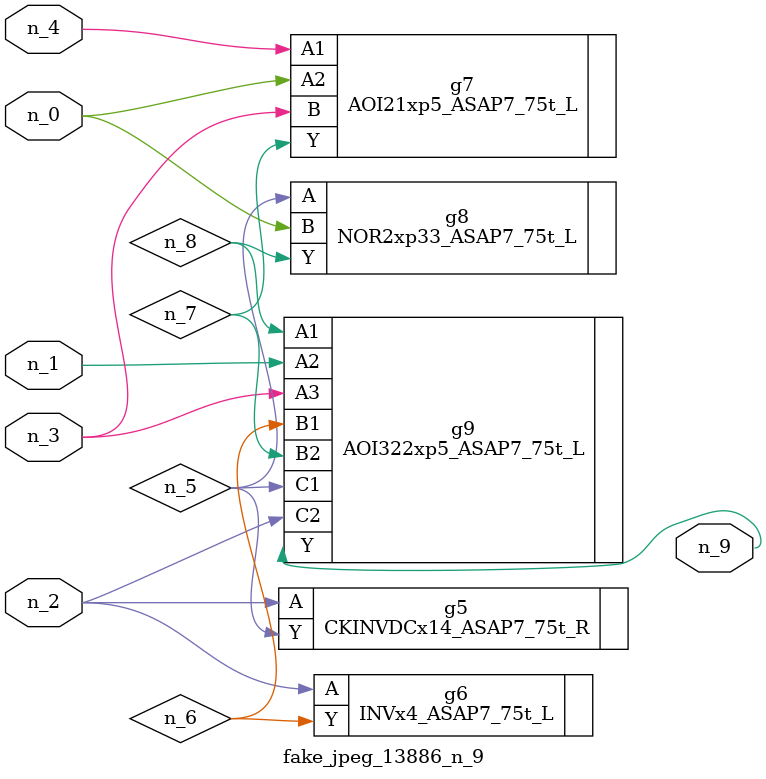
<source format=v>
module fake_jpeg_13886_n_9 (n_3, n_2, n_1, n_0, n_4, n_9);

input n_3;
input n_2;
input n_1;
input n_0;
input n_4;

output n_9;

wire n_8;
wire n_6;
wire n_5;
wire n_7;

CKINVDCx14_ASAP7_75t_R g5 ( 
.A(n_2),
.Y(n_5)
);

INVx4_ASAP7_75t_L g6 ( 
.A(n_2),
.Y(n_6)
);

AOI21xp5_ASAP7_75t_L g7 ( 
.A1(n_4),
.A2(n_0),
.B(n_3),
.Y(n_7)
);

NOR2xp33_ASAP7_75t_L g8 ( 
.A(n_5),
.B(n_0),
.Y(n_8)
);

AOI322xp5_ASAP7_75t_L g9 ( 
.A1(n_8),
.A2(n_1),
.A3(n_3),
.B1(n_6),
.B2(n_7),
.C1(n_5),
.C2(n_2),
.Y(n_9)
);


endmodule
</source>
